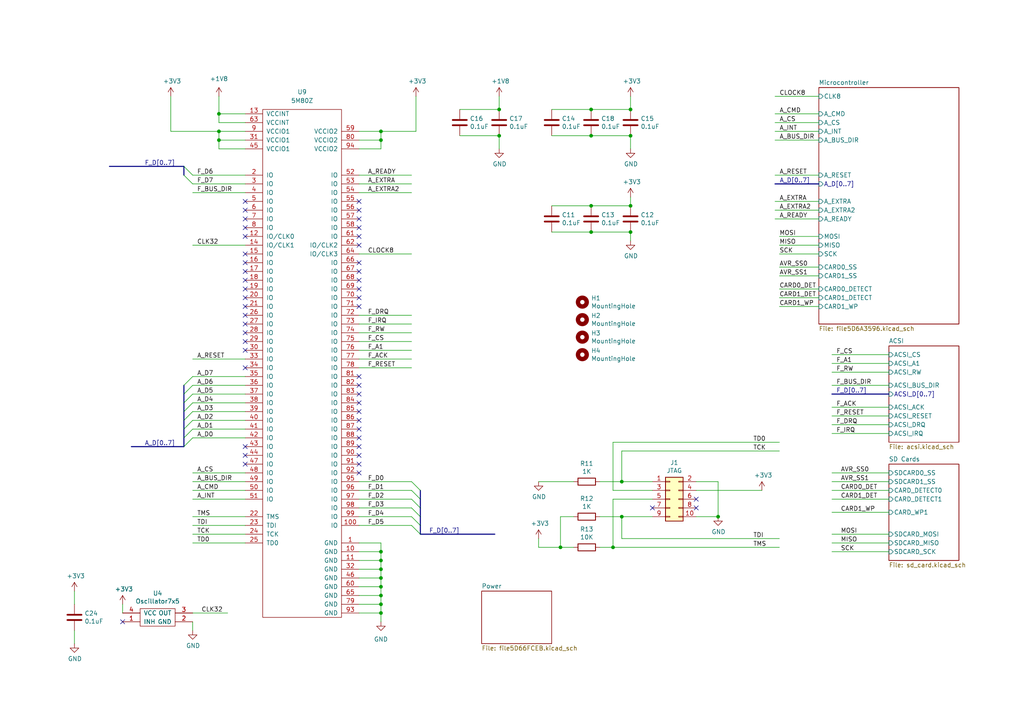
<source format=kicad_sch>
(kicad_sch (version 20230121) (generator eeschema)
  (paper "A4")
  (title_block (title "FPGA; Clock") (rev "1.0"))
  (lib_symbols
    (symbol "AtariHDisk4-rescue:+3.3V-power" (power) (pin_names (offset 0))
      (property "Value" "+3.3V-power" (at 0 3.556 0))
      (symbol "+3.3V-power_0_1"
        (polyline (pts (xy -0.762 1.27) (xy 0 2.54)))
        (polyline (pts (xy 0 0) (xy 0 2.54)))
        (polyline (pts (xy 0 2.54) (xy 0.762 1.27)))
      )
      (symbol "+3.3V-power_1_1"
        (pin power_in line (at 0 0 90) (length 0) hide (name "+3V3") (number "1"))
      )
    )
    (symbol "AtariHDisk4-rescue:Oscillator7x5-simon" (pin_names (offset 1.016))
      (property "Reference" "U" (at 6.35 -7.62 0))
      (property "Value" "simon_Oscillator7x5" (at 6.35 0 0))
      (symbol "Oscillator7x5-simon_0_1"
        (rectangle (start 1.27 -1.27) (end 11.43 -6.35))
      )
      (symbol "Oscillator7x5-simon_1_1"
        (pin input line (at -3.81 -5.08 0) (length 5.08) (name "INH") (number "1"))
        (pin power_in line (at 16.51 -5.08 180) (length 5.08) (name "GND") (number "2"))
        (pin output line (at 16.51 -2.54 180) (length 5.08) (name "OUT") (number "3"))
        (pin power_in line (at -3.81 -2.54 0) (length 5.08) (name "VCC") (number "4"))
      )
    )
    (symbol "Connector_Generic:Conn_02x05_Odd_Even" (pin_names (offset 1.016) hide)
      (property "Reference" "J" (at 1.27 7.62 0))
      (property "Value" "Conn_02x05_Odd_Even" (at 1.27 -7.62 0))
      (symbol "Conn_02x05_Odd_Even_1_1"
        (rectangle (start -1.27 -4.953) (end 0 -5.207) (stroke (width 0.1524)))
        (rectangle (start -1.27 -2.413) (end 0 -2.667) (stroke (width 0.1524)))
        (rectangle (start -1.27 0.127) (end 0 -0.127) (stroke (width 0.1524)))
        (rectangle (start -1.27 2.667) (end 0 2.413) (stroke (width 0.1524)))
        (rectangle (start -1.27 5.207) (end 0 4.953) (stroke (width 0.1524)))
        (rectangle (start -1.27 6.35) (end 3.81 -6.35) (stroke (width 0.254)) (fill (type background)))
        (rectangle (start 3.81 -4.953) (end 2.54 -5.207) (stroke (width 0.1524)))
        (rectangle (start 3.81 -2.413) (end 2.54 -2.667) (stroke (width 0.1524)))
        (rectangle (start 3.81 0.127) (end 2.54 -0.127) (stroke (width 0.1524)))
        (rectangle (start 3.81 2.667) (end 2.54 2.413) (stroke (width 0.1524)))
        (rectangle (start 3.81 5.207) (end 2.54 4.953) (stroke (width 0.1524)))
        (pin passive line (at -5.08 5.08 0) (length 3.81) (name "Pin_1") (number "1"))
        (pin passive line (at 7.62 -5.08 180) (length 3.81) (name "Pin_10") (number "10"))
        (pin passive line (at 7.62 5.08 180) (length 3.81) (name "Pin_2") (number "2"))
        (pin passive line (at -5.08 2.54 0) (length 3.81) (name "Pin_3") (number "3"))
        (pin passive line (at 7.62 2.54 180) (length 3.81) (name "Pin_4") (number "4"))
        (pin passive line (at -5.08 0 0) (length 3.81) (name "Pin_5") (number "5"))
        (pin passive line (at 7.62 0 180) (length 3.81) (name "Pin_6") (number "6"))
        (pin passive line (at -5.08 -2.54 0) (length 3.81) (name "Pin_7") (number "7"))
        (pin passive line (at 7.62 -2.54 180) (length 3.81) (name "Pin_8") (number "8"))
        (pin passive line (at -5.08 -5.08 0) (length 3.81) (name "Pin_9") (number "9"))
      )
    )
    (symbol "Device:C" (pin_numbers hide) (pin_names (offset 0.254))
      (property "Reference" "C" (at 0.635 2.54 0))
      (property "Value" "C" (at 0.635 -2.54 0))
      (symbol "C_0_1"
        (polyline (pts (xy -2.032 -0.762) (xy 2.032 -0.762)) (stroke (width 0.508)))
        (polyline (pts (xy -2.032 0.762) (xy 2.032 0.762)) (stroke (width 0.508)))
      )
      (symbol "C_1_1"
        (pin passive line (at 0 3.81 270) (length 2.794) (name "~") (number "1"))
        (pin passive line (at 0 -3.81 90) (length 2.794) (name "~") (number "2"))
      )
    )
    (symbol "Device:R" (pin_numbers hide) (pin_names (offset 0))
      (property "Reference" "R" (at 2.032 0 90))
      (property "Value" "R" (at 0 0 90))
      (symbol "R_0_1"
        (rectangle (start -1.016 -2.54) (end 1.016 2.54) (stroke (width 0.254)))
      )
      (symbol "R_1_1"
        (pin passive line (at 0 3.81 270) (length 1.27) (name "~") (number "1"))
        (pin passive line (at 0 -3.81 90) (length 1.27) (name "~") (number "2"))
      )
    )
    (symbol "Mechanical:MountingHole" (pin_names (offset 1.016))
      (property "Reference" "H" (at 0 5.08 0))
      (property "Value" "MountingHole" (at 0 3.175 0))
      (symbol "MountingHole_0_1"
        (circle (center 0 0) (radius 1.27) (stroke (width 1.27)))
      )
    )
    (symbol "Simon:5M80Z-TQFP100-FPGA_Altera" (pin_names (offset 1.016))
      (property "Reference" "U1" (at 0 -133.35 0))
      (property "Value" "5M80Z" (at 0 16.51 0))
      (symbol "5M80Z-TQFP100-FPGA_Altera_0_1"
        (rectangle (start -11.43 15.24) (end 11.43 -132.08))
      )
      (symbol "5M80Z-TQFP100-FPGA_Altera_1_1"
        (pin power_in line (at 16.51 -110.49 180) (length 5.08) (name "GND") (number "1"))
        (pin power_in line (at 16.51 -113.03 180) (length 5.08) (name "GND") (number "10"))
        (pin bidirectional line (at 16.51 -105.41 180) (length 5.08) (name "IO") (number "100"))
        (pin power_in line (at 16.51 -115.57 180) (length 5.08) (name "GND") (number "11"))
        (pin bidirectional line (at -16.51 -21.59 0) (length 5.08) (name "IO/CLK0") (number "12"))
        (pin power_in line (at -16.51 13.97 0) (length 5.08) (name "VCCINT") (number "13"))
        (pin bidirectional line (at -16.51 -24.13 0) (length 5.08) (name "IO/CLK1") (number "14"))
        (pin bidirectional line (at -16.51 -26.67 0) (length 5.08) (name "IO") (number "15"))
        (pin bidirectional line (at -16.51 -29.21 0) (length 5.08) (name "IO") (number "16"))
        (pin bidirectional line (at -16.51 -31.75 0) (length 5.08) (name "IO") (number "17"))
        (pin bidirectional line (at -16.51 -34.29 0) (length 5.08) (name "IO") (number "18"))
        (pin bidirectional line (at -16.51 -36.83 0) (length 5.08) (name "IO") (number "19"))
        (pin bidirectional line (at -16.51 -3.81 0) (length 5.08) (name "IO") (number "2"))
        (pin bidirectional line (at -16.51 -39.37 0) (length 5.08) (name "IO") (number "20"))
        (pin bidirectional line (at -16.51 -41.91 0) (length 5.08) (name "IO") (number "21"))
        (pin bidirectional line (at -16.51 -102.87 0) (length 5.08) (name "TMS") (number "22"))
        (pin bidirectional line (at -16.51 -105.41 0) (length 5.08) (name "TDI") (number "23"))
        (pin bidirectional line (at -16.51 -107.95 0) (length 5.08) (name "TCK") (number "24"))
        (pin bidirectional line (at -16.51 -110.49 0) (length 5.08) (name "TD0") (number "25"))
        (pin bidirectional line (at -16.51 -44.45 0) (length 5.08) (name "IO") (number "26"))
        (pin bidirectional line (at -16.51 -46.99 0) (length 5.08) (name "IO") (number "27"))
        (pin bidirectional line (at -16.51 -49.53 0) (length 5.08) (name "IO") (number "28"))
        (pin bidirectional line (at -16.51 -52.07 0) (length 5.08) (name "IO") (number "29"))
        (pin bidirectional line (at -16.51 -6.35 0) (length 5.08) (name "IO") (number "3"))
        (pin bidirectional line (at -16.51 -54.61 0) (length 5.08) (name "IO") (number "30"))
        (pin power_in line (at -16.51 6.35 0) (length 5.08) (name "VCCIO1") (number "31"))
        (pin power_in line (at 16.51 -118.11 180) (length 5.08) (name "GND") (number "32"))
        (pin bidirectional line (at -16.51 -57.15 0) (length 5.08) (name "IO") (number "33"))
        (pin bidirectional line (at -16.51 -59.69 0) (length 5.08) (name "IO") (number "34"))
        (pin bidirectional line (at -16.51 -62.23 0) (length 5.08) (name "IO") (number "35"))
        (pin bidirectional line (at -16.51 -64.77 0) (length 5.08) (name "IO") (number "36"))
        (pin bidirectional line (at -16.51 -67.31 0) (length 5.08) (name "IO") (number "37"))
        (pin bidirectional line (at -16.51 -69.85 0) (length 5.08) (name "IO") (number "38"))
        (pin bidirectional line (at -16.51 -72.39 0) (length 5.08) (name "IO") (number "39"))
        (pin bidirectional line (at -16.51 -8.89 0) (length 5.08) (name "IO") (number "4"))
        (pin bidirectional line (at -16.51 -74.93 0) (length 5.08) (name "IO") (number "40"))
        (pin bidirectional line (at -16.51 -77.47 0) (length 5.08) (name "IO") (number "41"))
        (pin bidirectional line (at -16.51 -80.01 0) (length 5.08) (name "IO") (number "42"))
        (pin bidirectional line (at -16.51 -82.55 0) (length 5.08) (name "IO") (number "43"))
        (pin bidirectional line (at -16.51 -85.09 0) (length 5.08) (name "IO") (number "44"))
        (pin power_in line (at -16.51 3.81 0) (length 5.08) (name "VCCIO1") (number "45"))
        (pin power_in line (at 16.51 -120.65 180) (length 5.08) (name "GND") (number "46"))
        (pin bidirectional line (at -16.51 -87.63 0) (length 5.08) (name "IO") (number "47"))
        (pin bidirectional line (at -16.51 -90.17 0) (length 5.08) (name "IO") (number "48"))
        (pin bidirectional line (at -16.51 -92.71 0) (length 5.08) (name "IO") (number "49"))
        (pin bidirectional line (at -16.51 -11.43 0) (length 5.08) (name "IO") (number "5"))
        (pin bidirectional line (at -16.51 -95.25 0) (length 5.08) (name "IO") (number "50"))
        (pin bidirectional line (at -16.51 -97.79 0) (length 5.08) (name "IO") (number "51"))
        (pin bidirectional line (at 16.51 -3.81 180) (length 5.08) (name "IO") (number "52"))
        (pin bidirectional line (at 16.51 -6.35 180) (length 5.08) (name "IO") (number "53"))
        (pin bidirectional line (at 16.51 -8.89 180) (length 5.08) (name "IO") (number "54"))
        (pin bidirectional line (at 16.51 -11.43 180) (length 5.08) (name "IO") (number "55"))
        (pin bidirectional line (at 16.51 -13.97 180) (length 5.08) (name "IO") (number "56"))
        (pin bidirectional line (at 16.51 -16.51 180) (length 5.08) (name "IO") (number "57"))
        (pin bidirectional line (at 16.51 -19.05 180) (length 5.08) (name "IO") (number "58"))
        (pin power_in line (at 16.51 8.89 180) (length 5.08) (name "VCCIO2") (number "59"))
        (pin bidirectional line (at -16.51 -13.97 0) (length 5.08) (name "IO") (number "6"))
        (pin power_in line (at 16.51 -123.19 180) (length 5.08) (name "GND") (number "60"))
        (pin bidirectional line (at 16.51 -21.59 180) (length 5.08) (name "IO") (number "61"))
        (pin bidirectional line (at 16.51 -24.13 180) (length 5.08) (name "IO/CLK2") (number "62"))
        (pin power_in line (at -16.51 11.43 0) (length 5.08) (name "VCCINT") (number "63"))
        (pin bidirectional line (at 16.51 -26.67 180) (length 5.08) (name "IO/CLK3") (number "64"))
        (pin power_in line (at 16.51 -125.73 180) (length 5.08) (name "GND") (number "65"))
        (pin bidirectional line (at 16.51 -29.21 180) (length 5.08) (name "IO") (number "66"))
        (pin bidirectional line (at 16.51 -31.75 180) (length 5.08) (name "IO") (number "67"))
        (pin bidirectional line (at 16.51 -34.29 180) (length 5.08) (name "IO") (number "68"))
        (pin bidirectional line (at 16.51 -36.83 180) (length 5.08) (name "IO") (number "69"))
        (pin bidirectional line (at -16.51 -16.51 0) (length 5.08) (name "IO") (number "7"))
        (pin bidirectional line (at 16.51 -39.37 180) (length 5.08) (name "IO") (number "70"))
        (pin bidirectional line (at 16.51 -41.91 180) (length 5.08) (name "IO") (number "71"))
        (pin bidirectional line (at 16.51 -44.45 180) (length 5.08) (name "IO") (number "72"))
        (pin bidirectional line (at 16.51 -46.99 180) (length 5.08) (name "IO") (number "73"))
        (pin bidirectional line (at 16.51 -49.53 180) (length 5.08) (name "IO") (number "74"))
        (pin bidirectional line (at 16.51 -52.07 180) (length 5.08) (name "IO") (number "75"))
        (pin bidirectional line (at 16.51 -54.61 180) (length 5.08) (name "IO") (number "76"))
        (pin bidirectional line (at 16.51 -57.15 180) (length 5.08) (name "IO") (number "77"))
        (pin bidirectional line (at 16.51 -59.69 180) (length 5.08) (name "IO") (number "78"))
        (pin power_in line (at 16.51 -128.27 180) (length 5.08) (name "GND") (number "79"))
        (pin bidirectional line (at -16.51 -19.05 0) (length 5.08) (name "IO") (number "8"))
        (pin power_in line (at 16.51 6.35 180) (length 5.08) (name "VCCIO2") (number "80"))
        (pin bidirectional line (at 16.51 -62.23 180) (length 5.08) (name "IO") (number "81"))
        (pin bidirectional line (at 16.51 -64.77 180) (length 5.08) (name "IO") (number "82"))
        (pin bidirectional line (at 16.51 -67.31 180) (length 5.08) (name "IO") (number "83"))
        (pin bidirectional line (at 16.51 -69.85 180) (length 5.08) (name "IO") (number "84"))
        (pin bidirectional line (at 16.51 -72.39 180) (length 5.08) (name "IO") (number "85"))
        (pin bidirectional line (at 16.51 -74.93 180) (length 5.08) (name "IO") (number "86"))
        (pin bidirectional line (at 16.51 -77.47 180) (length 5.08) (name "IO") (number "87"))
        (pin bidirectional line (at 16.51 -80.01 180) (length 5.08) (name "IO") (number "88"))
        (pin bidirectional line (at 16.51 -82.55 180) (length 5.08) (name "IO") (number "89"))
        (pin power_in line (at -16.51 8.89 0) (length 5.08) (name "VCCIO1") (number "9"))
        (pin bidirectional line (at 16.51 -85.09 180) (length 5.08) (name "IO") (number "90"))
        (pin bidirectional line (at 16.51 -87.63 180) (length 5.08) (name "IO") (number "91"))
        (pin bidirectional line (at 16.51 -90.17 180) (length 5.08) (name "IO") (number "92"))
        (pin power_in line (at 16.51 -130.81 180) (length 5.08) (name "GND") (number "93"))
        (pin power_in line (at 16.51 3.81 180) (length 5.08) (name "VCCIO2") (number "94"))
        (pin bidirectional line (at 16.51 -92.71 180) (length 5.08) (name "IO") (number "95"))
        (pin bidirectional line (at 16.51 -95.25 180) (length 5.08) (name "IO") (number "96"))
        (pin bidirectional line (at 16.51 -97.79 180) (length 5.08) (name "IO") (number "97"))
        (pin bidirectional line (at 16.51 -100.33 180) (length 5.08) (name "IO") (number "98"))
        (pin bidirectional line (at 16.51 -102.87 180) (length 5.08) (name "IO") (number "99"))
      )
    )
    (symbol "power:+1V8" (power) (pin_names (offset 0))
      (property "Value" "+1V8" (at 0 3.556 0))
      (symbol "+1V8_0_1"
        (polyline (pts (xy -0.762 1.27) (xy 0 2.54)))
        (polyline (pts (xy 0 0) (xy 0 2.54)))
        (polyline (pts (xy 0 2.54) (xy 0.762 1.27)))
      )
      (symbol "+1V8_1_1"
        (pin power_in line (at 0 0 90) (length 0) hide (name "+1V8") (number "1"))
      )
    )
    (symbol "power:GND" (power) (pin_names (offset 0))
      (property "Value" "GND" (at 0 -3.81 0))
      (symbol "GND_0_1"
        (polyline (pts (xy 0 0) (xy 0 -1.27) (xy 1.27 -1.27) (xy 0 -2.54) (xy -1.27 -1.27) (xy 0 -1.27)))
      )
      (symbol "GND_1_1"
        (pin power_in line (at 0 0 270) (length 0) hide (name "GND") (number "1"))
      )
    )
  )
  (junction (at 110.49 38.1))
  (junction (at 182.88 31.75))
  (junction (at 63.5 40.64))
  (junction (at 63.5 38.1))
  (junction (at 182.88 59.69))
  (junction (at 110.49 167.64))
  (junction (at 110.49 175.26))
  (junction (at 208.28 149.86))
  (junction (at 110.49 170.18))
  (junction (at 171.45 67.31))
  (junction (at 110.49 177.8))
  (junction (at 144.78 39.37))
  (junction (at 180.34 149.86))
  (junction (at 171.45 39.37))
  (junction (at 110.49 160.02))
  (junction (at 110.49 40.64))
  (junction (at 144.78 31.75))
  (junction (at 110.49 172.72))
  (junction (at 63.5 33.02))
  (junction (at 110.49 165.1))
  (junction (at 180.34 139.7))
  (junction (at 182.88 39.37))
  (junction (at 171.45 59.69))
  (junction (at 177.8 158.75))
  (junction (at 182.88 67.31))
  (junction (at 171.45 31.75))
  (junction (at 162.56 158.75))
  (junction (at 110.49 162.56))
  (no_connect (at 104.14 63.5))
  (no_connect (at 104.14 86.36))
  (no_connect (at 104.14 124.46))
  (no_connect (at 71.12 101.6))
  (no_connect (at 104.14 119.38))
  (no_connect (at 104.14 60.96))
  (no_connect (at 71.12 93.98))
  (no_connect (at 104.14 127))
  (no_connect (at 71.12 81.28))
  (no_connect (at 35.56 180.34))
  (no_connect (at 104.14 83.82))
  (no_connect (at 104.14 111.76))
  (no_connect (at 71.12 78.74))
  (no_connect (at 104.14 58.42))
  (no_connect (at 71.12 99.06))
  (no_connect (at 104.14 109.22))
  (no_connect (at 104.14 81.28))
  (no_connect (at 189.23 147.32))
  (no_connect (at 104.14 132.08))
  (no_connect (at 71.12 96.52))
  (no_connect (at 104.14 137.16))
  (no_connect (at 104.14 88.9))
  (no_connect (at 71.12 73.66))
  (no_connect (at 104.14 78.74))
  (no_connect (at 104.14 76.2))
  (no_connect (at 71.12 91.44))
  (no_connect (at 104.14 71.12))
  (no_connect (at 71.12 106.68))
  (no_connect (at 71.12 134.62))
  (no_connect (at 104.14 134.62))
  (no_connect (at 71.12 129.54))
  (no_connect (at 71.12 76.2))
  (no_connect (at 71.12 88.9))
  (no_connect (at 104.14 116.84))
  (no_connect (at 104.14 121.92))
  (no_connect (at 71.12 132.08))
  (no_connect (at 201.93 144.78))
  (no_connect (at 71.12 86.36))
  (no_connect (at 104.14 66.04))
  (no_connect (at 71.12 58.42))
  (no_connect (at 71.12 60.96))
  (no_connect (at 201.93 147.32))
  (no_connect (at 104.14 68.58))
  (no_connect (at 71.12 83.82))
  (no_connect (at 104.14 114.3))
  (no_connect (at 71.12 66.04))
  (no_connect (at 104.14 129.54))
  (no_connect (at 71.12 63.5))
  (no_connect (at 71.12 68.58))
  (bus_entry (at 55.88 114.3) (size -2.54 2.54))
  (bus_entry (at 55.88 127) (size -2.54 2.54))
  (bus_entry (at 55.88 121.92) (size -2.54 2.54))
  (bus_entry (at 55.88 50.8) (size -2.54 -2.54))
  (bus_entry (at 119.38 142.24) (size 2.54 2.54))
  (bus_entry (at 55.88 53.34) (size -2.54 -2.54))
  (bus_entry (at 119.38 147.32) (size 2.54 2.54))
  (bus_entry (at 55.88 109.22) (size -2.54 2.54))
  (bus_entry (at 55.88 119.38) (size -2.54 2.54))
  (bus_entry (at 119.38 144.78) (size 2.54 2.54))
  (bus_entry (at 55.88 111.76) (size -2.54 2.54))
  (bus_entry (at 119.38 152.4) (size 2.54 2.54))
  (bus_entry (at 55.88 116.84) (size -2.54 2.54))
  (bus_entry (at 119.38 149.86) (size 2.54 2.54))
  (bus_entry (at 119.38 139.7) (size 2.54 2.54))
  (bus_entry (at 55.88 124.46) (size -2.54 2.54))
  (bus (pts (xy 53.34 50.8) (xy 53.34 48.26)))
  (wire (pts (xy 104.14 157.48) (xy 110.49 157.48)))
  (wire (pts (xy 189.23 144.78) (xy 177.8 144.78)))
  (wire (pts (xy 71.12 43.18) (xy 63.5 43.18)))
  (wire (pts (xy 110.49 177.8) (xy 110.49 180.34)))
  (wire (pts (xy 110.49 160.02) (xy 110.49 162.56)))
  (wire (pts (xy 160.02 59.69) (xy 171.45 59.69)))
  (wire (pts (xy 55.88 53.34) (xy 71.12 53.34)))
  (wire (pts (xy 55.88 116.84) (xy 71.12 116.84)))
  (wire (pts (xy 104.14 99.06) (xy 119.38 99.06)))
  (bus (pts (xy 38.1 129.54) (xy 53.34 129.54)))
  (wire (pts (xy 110.49 175.26) (xy 110.49 177.8)))
  (wire (pts (xy 55.88 124.46) (xy 71.12 124.46)))
  (wire (pts (xy 104.14 50.8) (xy 119.38 50.8)))
  (wire (pts (xy 180.34 156.21) (xy 226.06 156.21)))
  (wire (pts (xy 241.3 139.7) (xy 257.81 139.7)))
  (wire (pts (xy 104.14 152.4) (xy 119.38 152.4)))
  (wire (pts (xy 156.21 156.21) (xy 156.21 158.75)))
  (bus (pts (xy 121.92 149.86) (xy 121.92 152.4)))
  (wire (pts (xy 104.14 38.1) (xy 110.49 38.1)))
  (wire (pts (xy 55.88 55.88) (xy 71.12 55.88)))
  (wire (pts (xy 104.14 167.64) (xy 110.49 167.64)))
  (wire (pts (xy 104.14 55.88) (xy 119.38 55.88)))
  (wire (pts (xy 241.3 105.41) (xy 257.81 105.41)))
  (wire (pts (xy 162.56 158.75) (xy 162.56 149.86)))
  (wire (pts (xy 241.3 157.48) (xy 257.81 157.48)))
  (bus (pts (xy 121.92 147.32) (xy 121.92 149.86)))
  (wire (pts (xy 104.14 165.1) (xy 110.49 165.1)))
  (wire (pts (xy 241.3 137.16) (xy 257.81 137.16)))
  (bus (pts (xy 53.34 111.76) (xy 53.34 114.3)))
  (wire (pts (xy 104.14 175.26) (xy 110.49 175.26)))
  (wire (pts (xy 110.49 157.48) (xy 110.49 160.02)))
  (wire (pts (xy 237.49 77.47) (xy 226.06 77.47)))
  (wire (pts (xy 104.14 104.14) (xy 119.38 104.14)))
  (wire (pts (xy 241.3 107.95) (xy 257.81 107.95)))
  (wire (pts (xy 63.5 33.02) (xy 71.12 33.02)))
  (wire (pts (xy 104.14 73.66) (xy 119.38 73.66)))
  (bus (pts (xy 121.92 154.94) (xy 143.51 154.94)))
  (bus (pts (xy 241.3 114.3) (xy 257.81 114.3)))
  (wire (pts (xy 156.21 158.75) (xy 162.56 158.75)))
  (wire (pts (xy 55.88 154.94) (xy 71.12 154.94)))
  (wire (pts (xy 55.88 71.12) (xy 71.12 71.12)))
  (wire (pts (xy 180.34 149.86) (xy 180.34 156.21)))
  (wire (pts (xy 104.14 139.7) (xy 119.38 139.7)))
  (wire (pts (xy 35.56 175.26) (xy 35.56 177.8)))
  (wire (pts (xy 55.88 127) (xy 71.12 127)))
  (wire (pts (xy 104.14 96.52) (xy 119.38 96.52)))
  (wire (pts (xy 173.99 139.7) (xy 180.34 139.7)))
  (wire (pts (xy 241.3 148.59) (xy 257.81 148.59)))
  (wire (pts (xy 224.79 35.56) (xy 237.49 35.56)))
  (wire (pts (xy 104.14 91.44) (xy 119.38 91.44)))
  (wire (pts (xy 180.34 139.7) (xy 180.34 130.81)))
  (bus (pts (xy 53.34 121.92) (xy 53.34 124.46)))
  (bus (pts (xy 224.79 53.34) (xy 237.49 53.34)))
  (wire (pts (xy 71.12 35.56) (xy 63.5 35.56)))
  (bus (pts (xy 53.34 127) (xy 53.34 129.54)))
  (wire (pts (xy 104.14 149.86) (xy 119.38 149.86)))
  (wire (pts (xy 55.88 104.14) (xy 71.12 104.14)))
  (wire (pts (xy 177.8 142.24) (xy 177.8 128.27)))
  (wire (pts (xy 55.88 180.34) (xy 55.88 182.88)))
  (wire (pts (xy 171.45 59.69) (xy 182.88 59.69)))
  (wire (pts (xy 226.06 71.12) (xy 237.49 71.12)))
  (wire (pts (xy 241.3 142.24) (xy 257.81 142.24)))
  (wire (pts (xy 241.3 102.87) (xy 257.81 102.87)))
  (wire (pts (xy 160.02 39.37) (xy 171.45 39.37)))
  (wire (pts (xy 71.12 38.1) (xy 63.5 38.1)))
  (wire (pts (xy 224.79 33.02) (xy 237.49 33.02)))
  (wire (pts (xy 55.88 139.7) (xy 71.12 139.7)))
  (bus (pts (xy 121.92 144.78) (xy 121.92 147.32)))
  (wire (pts (xy 237.49 40.64) (xy 224.79 40.64)))
  (wire (pts (xy 104.14 160.02) (xy 110.49 160.02)))
  (wire (pts (xy 237.49 73.66) (xy 226.06 73.66)))
  (wire (pts (xy 55.88 50.8) (xy 71.12 50.8)))
  (wire (pts (xy 110.49 162.56) (xy 110.49 165.1)))
  (wire (pts (xy 241.3 123.19) (xy 257.81 123.19)))
  (wire (pts (xy 173.99 149.86) (xy 180.34 149.86)))
  (wire (pts (xy 156.21 139.7) (xy 166.37 139.7)))
  (wire (pts (xy 180.34 149.86) (xy 189.23 149.86)))
  (wire (pts (xy 182.88 27.94) (xy 182.88 31.75)))
  (wire (pts (xy 120.65 38.1) (xy 120.65 27.94)))
  (wire (pts (xy 144.78 39.37) (xy 144.78 43.18)))
  (wire (pts (xy 133.35 31.75) (xy 144.78 31.75)))
  (wire (pts (xy 55.88 137.16) (xy 71.12 137.16)))
  (wire (pts (xy 201.93 139.7) (xy 208.28 139.7)))
  (wire (pts (xy 226.06 80.01) (xy 237.49 80.01)))
  (wire (pts (xy 171.45 39.37) (xy 182.88 39.37)))
  (wire (pts (xy 55.88 121.92) (xy 71.12 121.92)))
  (wire (pts (xy 241.3 120.65) (xy 257.81 120.65)))
  (wire (pts (xy 104.14 106.68) (xy 119.38 106.68)))
  (wire (pts (xy 104.14 40.64) (xy 110.49 40.64)))
  (wire (pts (xy 104.14 144.78) (xy 119.38 144.78)))
  (bus (pts (xy 53.34 116.84) (xy 53.34 119.38)))
  (wire (pts (xy 110.49 165.1) (xy 110.49 167.64)))
  (bus (pts (xy 53.34 124.46) (xy 53.34 127)))
  (wire (pts (xy 55.88 149.86) (xy 71.12 149.86)))
  (wire (pts (xy 241.3 154.94) (xy 257.81 154.94)))
  (wire (pts (xy 63.5 43.18) (xy 63.5 40.64)))
  (wire (pts (xy 104.14 172.72) (xy 110.49 172.72)))
  (wire (pts (xy 237.49 63.5) (xy 224.79 63.5)))
  (wire (pts (xy 173.99 158.75) (xy 177.8 158.75)))
  (wire (pts (xy 55.88 111.76) (xy 71.12 111.76)))
  (wire (pts (xy 226.06 88.9) (xy 237.49 88.9)))
  (bus (pts (xy 53.34 114.3) (xy 53.34 116.84)))
  (bus (pts (xy 121.92 142.24) (xy 121.92 144.78)))
  (wire (pts (xy 104.14 162.56) (xy 110.49 162.56)))
  (wire (pts (xy 104.14 53.34) (xy 119.38 53.34)))
  (wire (pts (xy 63.5 40.64) (xy 63.5 38.1)))
  (wire (pts (xy 21.59 186.69) (xy 21.59 182.88)))
  (wire (pts (xy 55.88 114.3) (xy 71.12 114.3)))
  (wire (pts (xy 237.49 68.58) (xy 226.06 68.58)))
  (wire (pts (xy 55.88 119.38) (xy 71.12 119.38)))
  (wire (pts (xy 104.14 170.18) (xy 110.49 170.18)))
  (wire (pts (xy 171.45 31.75) (xy 182.88 31.75)))
  (wire (pts (xy 224.79 38.1) (xy 237.49 38.1)))
  (wire (pts (xy 189.23 139.7) (xy 180.34 139.7)))
  (bus (pts (xy 121.92 152.4) (xy 121.92 154.94)))
  (wire (pts (xy 177.8 144.78) (xy 177.8 158.75)))
  (wire (pts (xy 110.49 40.64) (xy 110.49 38.1)))
  (wire (pts (xy 55.88 177.8) (xy 66.04 177.8)))
  (wire (pts (xy 104.14 177.8) (xy 110.49 177.8)))
  (wire (pts (xy 241.3 160.02) (xy 257.81 160.02)))
  (wire (pts (xy 224.79 27.94) (xy 237.49 27.94)))
  (wire (pts (xy 104.14 147.32) (xy 119.38 147.32)))
  (wire (pts (xy 241.3 144.78) (xy 257.81 144.78)))
  (wire (pts (xy 110.49 38.1) (xy 120.65 38.1)))
  (wire (pts (xy 189.23 142.24) (xy 177.8 142.24)))
  (wire (pts (xy 237.49 50.8) (xy 224.79 50.8)))
  (wire (pts (xy 241.3 118.11) (xy 257.81 118.11)))
  (wire (pts (xy 177.8 128.27) (xy 226.06 128.27)))
  (wire (pts (xy 110.49 167.64) (xy 110.49 170.18)))
  (wire (pts (xy 110.49 170.18) (xy 110.49 172.72)))
  (bus (pts (xy 53.34 48.26) (xy 31.75 48.26)))
  (wire (pts (xy 226.06 86.36) (xy 237.49 86.36)))
  (wire (pts (xy 237.49 58.42) (xy 224.79 58.42)))
  (wire (pts (xy 160.02 31.75) (xy 171.45 31.75)))
  (wire (pts (xy 71.12 40.64) (xy 63.5 40.64)))
  (wire (pts (xy 21.59 171.45) (xy 21.59 175.26)))
  (wire (pts (xy 160.02 67.31) (xy 171.45 67.31)))
  (wire (pts (xy 55.88 142.24) (xy 71.12 142.24)))
  (wire (pts (xy 226.06 83.82) (xy 237.49 83.82)))
  (wire (pts (xy 104.14 142.24) (xy 119.38 142.24)))
  (wire (pts (xy 182.88 57.15) (xy 182.88 59.69)))
  (wire (pts (xy 208.28 149.86) (xy 201.93 149.86)))
  (wire (pts (xy 162.56 149.86) (xy 166.37 149.86)))
  (wire (pts (xy 182.88 67.31) (xy 182.88 69.85)))
  (wire (pts (xy 110.49 172.72) (xy 110.49 175.26)))
  (wire (pts (xy 133.35 39.37) (xy 144.78 39.37)))
  (wire (pts (xy 182.88 43.18) (xy 182.88 39.37)))
  (wire (pts (xy 220.98 142.24) (xy 201.93 142.24)))
  (wire (pts (xy 241.3 111.76) (xy 257.81 111.76)))
  (wire (pts (xy 63.5 27.94) (xy 63.5 33.02)))
  (wire (pts (xy 63.5 38.1) (xy 49.53 38.1)))
  (bus (pts (xy 53.34 119.38) (xy 53.34 121.92)))
  (wire (pts (xy 180.34 130.81) (xy 226.06 130.81)))
  (wire (pts (xy 171.45 67.31) (xy 182.88 67.31)))
  (wire (pts (xy 177.8 158.75) (xy 226.06 158.75)))
  (wire (pts (xy 162.56 158.75) (xy 166.37 158.75)))
  (wire (pts (xy 144.78 27.94) (xy 144.78 31.75)))
  (wire (pts (xy 208.28 139.7) (xy 208.28 149.86)))
  (wire (pts (xy 104.14 43.18) (xy 110.49 43.18)))
  (wire (pts (xy 63.5 35.56) (xy 63.5 33.02)))
  (wire (pts (xy 241.3 125.73) (xy 257.81 125.73)))
  (wire (pts (xy 55.88 157.48) (xy 71.12 157.48)))
  (wire (pts (xy 104.14 101.6) (xy 119.38 101.6)))
  (wire (pts (xy 49.53 38.1) (xy 49.53 27.94)))
  (wire (pts (xy 110.49 43.18) (xy 110.49 40.64)))
  (wire (pts (xy 104.14 93.98) (xy 119.38 93.98)))
  (wire (pts (xy 55.88 109.22) (xy 71.12 109.22)))
  (wire (pts (xy 55.88 152.4) (xy 71.12 152.4)))
  (wire (pts (xy 55.88 144.78) (xy 71.12 144.78)))
  (wire (pts (xy 237.49 60.96) (xy 224.79 60.96)))
  (label "F_RW" (at 106.68 96.52 0))
  (label "F_BUS_DIR" (at 242.57 111.76 0))
  (label "TDI" (at 57.15 152.4 0))
  (label "MOSI" (at 226.06 68.58 0))
  (label "A_D2" (at 57.15 121.92 0))
  (label "AVR_SS1" (at 243.84 139.7 0))
  (label "A_D1" (at 57.15 124.46 0))
  (label "SCK" (at 226.06 73.66 0))
  (label "MISO" (at 243.84 157.48 0))
  (label "A_READY" (at 106.68 50.8 0))
  (label "A_READY" (at 226.06 63.5 0))
  (label "CLOCK8" (at 226.06 27.94 0))
  (label "A_EXTRA" (at 106.68 53.34 0))
  (label "F_DRQ" (at 106.68 91.44 0))
  (label "A_D0" (at 57.15 127 0))
  (label "A_CS" (at 226.06 35.56 0))
  (label "A_EXTRA" (at 226.06 58.42 0))
  (label "CARD1_DET" (at 243.84 144.78 0))
  (label "CARD1_WP" (at 243.84 148.59 0))
  (label "A_BUS_DIR" (at 57.15 139.7 0))
  (label "F_D0" (at 106.68 139.7 0))
  (label "F_DRQ" (at 242.57 123.19 0))
  (label "A_D7" (at 57.15 109.22 0))
  (label "CARD0_DET" (at 243.84 142.24 0))
  (label "SCK" (at 243.84 160.02 0))
  (label "CARD1_WP" (at 226.06 88.9 0))
  (label "A_D4" (at 57.15 116.84 0))
  (label "CLK32" (at 57.15 71.12 0))
  (label "A_D5" (at 57.15 114.3 0))
  (label "CARD1_DET" (at 226.06 86.36 0))
  (label "MOSI" (at 243.84 154.94 0))
  (label "TD0" (at 57.15 157.48 0))
  (label "A_BUS_DIR" (at 226.06 40.64 0))
  (label "A_RESET" (at 57.15 104.14 0))
  (label "TD0" (at 218.44 128.27 0))
  (label "A_D6" (at 57.15 111.76 0))
  (label "F_D7" (at 57.15 53.34 0))
  (label "TMS" (at 57.15 149.86 0))
  (label "A_CMD" (at 57.15 142.24 0))
  (label "TMS" (at 218.44 158.75 0))
  (label "A_INT" (at 57.15 144.78 0))
  (label "CLK32" (at 58.42 177.8 0))
  (label "AVR_SS0" (at 226.06 77.47 0))
  (label "F_CS" (at 106.68 99.06 0))
  (label "F_D5" (at 106.68 152.4 0))
  (label "F_BUS_DIR" (at 57.15 55.88 0))
  (label "F_D1" (at 106.68 142.24 0))
  (label "F_D3" (at 106.68 147.32 0))
  (label "F_RW" (at 242.57 107.95 0))
  (label "F_A1" (at 106.68 101.6 0))
  (label "A_CS" (at 57.15 137.16 0))
  (label "TCK" (at 218.44 130.81 0))
  (label "F_IRQ" (at 106.68 93.98 0))
  (label "F_ACK" (at 106.68 104.14 0))
  (label "F_IRQ" (at 242.57 125.73 0))
  (label "A_RESET" (at 226.06 50.8 0))
  (label "A_INT" (at 226.06 38.1 0))
  (label "A_D3" (at 57.15 119.38 0))
  (label "MISO" (at 226.06 71.12 0))
  (label "F_CS" (at 242.57 102.87 0))
  (label "A_D[0..7]" (at 50.8 129.54 180))
  (label "F_RESET" (at 242.57 120.65 0))
  (label "A_CMD" (at 226.06 33.02 0))
  (label "F_D[0..7]" (at 242.57 114.3 0))
  (label "CLOCK8" (at 106.68 73.66 0))
  (label "F_D4" (at 106.68 149.86 0))
  (label "F_D[0..7]" (at 124.46 154.94 0))
  (label "F_D6" (at 57.15 50.8 0))
  (label "A_D[0..7]" (at 234.95 53.34 180))
  (label "A_EXTRA2" (at 106.68 55.88 0))
  (label "AVR_SS1" (at 226.06 80.01 0))
  (label "A_EXTRA2" (at 226.06 60.96 0))
  (label "F_ACK" (at 242.57 118.11 0))
  (label "F_RESET" (at 106.68 106.68 0))
  (label "F_D[0..7]" (at 50.8 48.26 180))
  (label "AVR_SS0" (at 243.84 137.16 0))
  (label "TDI" (at 218.44 156.21 0))
  (label "TCK" (at 57.15 154.94 0))
  (label "F_D2" (at 106.68 144.78 0))
  (label "F_A1" (at 242.57 105.41 0))
  (label "CARD0_DET" (at 226.06 83.82 0))
  (symbol (lib_id "Connector_Generic:Conn_02x05_Odd_Even") (at 194.31 144.78 0) (unit 1)
    (property "Reference" "J1" (at 195.58 134.1882 0))
    (property "Value" "JTAG" (at 195.58 136.4996 0))
    (property "Footprint" "Connector_PinHeader_2.54mm:PinHeader_2x05_P2.54mm_Vertical" (effects hide))
  )
  (symbol (lib_id "AtariHDisk4-rescue:+3.3V-power") (at 220.98 142.24 0) (unit 1)
    (property "Reference" "#PWR0104" (effects hide))
    (property "Value" "+3.3V" (at 221.361 137.8458 0))
  )
  (symbol (lib_id "power:GND") (at 208.28 149.86 0) (unit 1)
    (property "Reference" "#PWR0105" (effects hide))
    (property "Value" "GND" (at 208.407 154.2542 0))
  )
  (symbol (lib_id "Device:R") (at 170.18 139.7 270) (unit 1)
    (property "Reference" "R11" (at 170.18 134.4422 90))
    (property "Value" "1K" (at 170.18 136.7536 90))
    (property "Footprint" "Resistor_SMD:R_0805_2012Metric" (effects hide))
  )
  (symbol (lib_id "Device:R") (at 170.18 149.86 270) (unit 1)
    (property "Reference" "R12" (at 170.18 144.6022 90))
    (property "Value" "1K" (at 170.18 146.9136 90))
    (property "Footprint" "Resistor_SMD:R_0805_2012Metric" (effects hide))
  )
  (symbol (lib_id "Device:R") (at 170.18 158.75 270) (unit 1)
    (property "Reference" "R13" (at 170.18 153.4922 90))
    (property "Value" "10K" (at 170.18 155.8036 90))
    (property "Footprint" "Resistor_SMD:R_0805_2012Metric" (effects hide))
  )
  (symbol (lib_id "AtariHDisk4-rescue:+3.3V-power") (at 156.21 156.21 0) (unit 1)
    (property "Reference" "#PWR0106" (effects hide))
    (property "Value" "+3.3V" (at 156.591 151.8158 0))
  )
  (symbol (lib_id "power:GND") (at 156.21 139.7 0) (unit 1)
    (property "Reference" "#PWR0107" (effects hide))
    (property "Value" "GND" (at 156.337 144.0942 0))
  )
  (symbol (lib_id "Device:C") (at 160.02 35.56 0) (unit 1)
    (property "Reference" "C14" (at 162.941 34.3916 0) (effects (justify left)))
    (property "Value" "0.1uF" (at 162.941 36.703 0) (effects (justify left)))
    (property "Footprint" "Capacitor_SMD:C_0603_1608Metric" (effects hide))
  )
  (symbol (lib_id "Device:C") (at 171.45 35.56 0) (unit 1)
    (property "Reference" "C18" (at 174.371 34.3916 0) (effects (justify left)))
    (property "Value" "0.1uF" (at 174.371 36.703 0) (effects (justify left)))
    (property "Footprint" "Capacitor_SMD:C_0603_1608Metric" (effects hide))
  )
  (symbol (lib_id "Device:C") (at 182.88 35.56 0) (unit 1)
    (property "Reference" "C15" (at 185.801 34.3916 0) (effects (justify left)))
    (property "Value" "0.1uF" (at 185.801 36.703 0) (effects (justify left)))
    (property "Footprint" "Capacitor_SMD:C_0603_1608Metric" (effects hide))
  )
  (symbol (lib_id "Device:C") (at 133.35 35.56 0) (unit 1)
    (property "Reference" "C16" (at 136.271 34.3916 0) (effects (justify left)))
    (property "Value" "0.1uF" (at 136.271 36.703 0) (effects (justify left)))
    (property "Footprint" "Capacitor_SMD:C_0603_1608Metric" (effects hide))
  )
  (symbol (lib_id "Device:C") (at 144.78 35.56 0) (unit 1)
    (property "Reference" "C17" (at 147.701 34.3916 0) (effects (justify left)))
    (property "Value" "0.1uF" (at 147.701 36.703 0) (effects (justify left)))
    (property "Footprint" "Capacitor_SMD:C_0603_1608Metric" (effects hide))
  )
  (symbol (lib_id "power:GND") (at 144.78 43.18 0) (unit 1)
    (property "Reference" "#PWR09" (effects hide))
    (property "Value" "GND" (at 144.907 47.5742 0))
  )
  (symbol (lib_id "power:GND") (at 182.88 43.18 0) (unit 1)
    (property "Reference" "#PWR02" (effects hide))
    (property "Value" "GND" (at 183.007 47.5742 0))
  )
  (symbol (lib_id "power:+1V8") (at 144.78 27.94 0) (unit 1)
    (property "Reference" "#PWR04" (effects hide))
    (property "Value" "+1V8" (at 145.161 23.5458 0))
  )
  (symbol (lib_id "AtariHDisk4-rescue:+3.3V-power") (at 182.88 27.94 0) (unit 1)
    (property "Reference" "#PWR01" (effects hide))
    (property "Value" "+3.3V" (at 183.261 23.5458 0))
  )
  (symbol (lib_id "Device:C") (at 182.88 63.5 0) (unit 1)
    (property "Reference" "C12" (at 185.801 62.3316 0) (effects (justify left)))
    (property "Value" "0.1uF" (at 185.801 64.643 0) (effects (justify left)))
    (property "Footprint" "Capacitor_SMD:C_0603_1608Metric" (effects hide))
  )
  (symbol (lib_id "Mechanical:MountingHole") (at 168.91 87.63 0) (unit 1)
    (property "Reference" "H1" (at 171.45 86.4616 0) (effects (justify left)))
    (property "Value" "MountingHole" (at 171.45 88.773 0) (effects (justify left)))
    (property "Footprint" "simon:Altronics_H0190_mounting_hole" (effects hide))
  )
  (symbol (lib_id "Mechanical:MountingHole") (at 168.91 92.71 0) (unit 1)
    (property "Reference" "H2" (at 171.45 91.5416 0) (effects (justify left)))
    (property "Value" "MountingHole" (at 171.45 93.853 0) (effects (justify left)))
    (property "Footprint" "simon:Altronics_H0190_mounting_hole" (effects hide))
  )
  (symbol (lib_id "Mechanical:MountingHole") (at 168.91 97.79 0) (unit 1)
    (property "Reference" "H3" (at 171.45 96.6216 0) (effects (justify left)))
    (property "Value" "MountingHole" (at 171.45 98.933 0) (effects (justify left)))
    (property "Footprint" "simon:Altronics_H0190_mounting_hole" (effects hide))
  )
  (symbol (lib_id "Mechanical:MountingHole") (at 168.91 102.87 0) (unit 1)
    (property "Reference" "H4" (at 171.45 101.7016 0) (effects (justify left)))
    (property "Value" "MountingHole" (at 171.45 104.013 0) (effects (justify left)))
    (property "Footprint" "simon:Altronics_H0190_mounting_hole" (effects hide))
  )
  (symbol (lib_id "AtariHDisk4-rescue:Oscillator7x5-simon") (at 39.37 175.26 0) (unit 1)
    (property "Reference" "U4" (at 45.72 172.085 0))
    (property "Value" "Oscillator7x5" (at 45.72 174.3964 0))
    (property "Footprint" "simon:XO_7x5" (effects hide))
  )
  (symbol (lib_id "AtariHDisk4-rescue:+3.3V-power") (at 35.56 175.26 0) (unit 1)
    (property "Reference" "#PWR0125" (effects hide))
    (property "Value" "+3.3V" (at 35.941 170.8658 0))
  )
  (symbol (lib_id "power:GND") (at 55.88 182.88 0) (unit 1)
    (property "Reference" "#PWR0126" (effects hide))
    (property "Value" "GND" (at 56.007 187.2742 0))
  )
  (symbol (lib_id "AtariHDisk4-rescue:+3.3V-power") (at 49.53 27.94 0) (unit 1)
    (property "Reference" "#PWR011" (effects hide))
    (property "Value" "+3.3V" (at 49.911 23.5458 0))
  )
  (symbol (lib_id "Device:C") (at 21.59 179.07 0) (unit 1)
    (property "Reference" "C24" (at 24.511 177.9016 0) (effects (justify left)))
    (property "Value" "0.1uF" (at 24.511 180.213 0) (effects (justify left)))
    (property "Footprint" "Capacitor_SMD:C_0603_1608Metric" (effects hide))
  )
  (symbol (lib_id "AtariHDisk4-rescue:+3.3V-power") (at 182.88 57.15 0) (unit 1)
    (property "Reference" "#PWR057" (effects hide))
    (property "Value" "+3.3V" (at 183.261 52.7558 0))
  )
  (symbol (lib_id "Simon:5M80Z-TQFP100-FPGA_Altera") (at 87.63 46.99 0) (unit 1)
    (property "Reference" "U9" (at 87.63 26.67 0))
    (property "Value" "5M80Z" (at 87.63 29.21 0))
    (property "Footprint" "Package_QFP:TQFP-100_14x14mm_P0.5mm" (effects hide))
  )
  (symbol (lib_id "AtariHDisk4-rescue:+3.3V-power") (at 21.59 171.45 0) (unit 1)
    (property "Reference" "#PWR029" (effects hide))
    (property "Value" "+3.3V" (at 21.971 167.0558 0))
  )
  (symbol (lib_id "power:GND") (at 182.88 69.85 0) (unit 1)
    (property "Reference" "#PWR056" (effects hide))
    (property "Value" "GND" (at 183.007 74.2442 0))
  )
  (symbol (lib_id "power:GND") (at 110.49 180.34 0) (unit 1)
    (property "Reference" "#PWR010" (effects hide))
    (property "Value" "GND" (at 110.49 185.42 0))
  )
  (symbol (lib_id "Device:C") (at 171.45 63.5 0) (unit 1)
    (property "Reference" "C13" (at 174.371 62.3316 0) (effects (justify left)))
    (property "Value" "0.1uF" (at 174.371 64.643 0) (effects (justify left)))
    (property "Footprint" "Capacitor_SMD:C_0603_1608Metric" (effects hide))
  )
  (symbol (lib_id "AtariHDisk4-rescue:+3.3V-power") (at 120.65 27.94 0) (unit 1)
    (property "Reference" "#PWR05" (effects hide))
    (property "Value" "+3.3V" (at 121.031 23.5458 0))
  )
  (symbol (lib_id "Device:C") (at 160.02 63.5 0) (unit 1)
    (property "Reference" "C11" (at 162.941 62.3316 0) (effects (justify left)))
    (property "Value" "0.1uF" (at 162.941 64.643 0) (effects (justify left)))
    (property "Footprint" "Capacitor_SMD:C_0603_1608Metric" (effects hide))
  )
  (symbol (lib_id "power:GND") (at 21.59 186.69 0) (unit 1)
    (property "Reference" "#PWR030" (effects hide))
    (property "Value" "GND" (at 21.717 191.0842 0))
  )
  (symbol (lib_id "power:+1V8") (at 63.5 27.94 0) (unit 1)
    (property "Reference" "#PWR03" (effects hide))
    (property "Value" "+1V8" (at 63.5 22.86 0))
  )
  (sheet (at 139.7 171.45) (size 20.32 15.24)
    (property "Sheetname" "Power" (at 139.7 170.7384 0) (effects (justify left bottom)))
    (property "Sheetfile" "file5D66FCEB.kicad_sch" (at 139.7 187.2746 0) (effects (justify left top)))
  )
  (sheet (at 237.49 25.4) (size 40.64 68.58)
    (property "Sheetname" "Microcontroller" (at 237.49 24.6884 0) (effects (justify left bottom)))
    (property "Sheetfile" "file5D6A3596.kicad_sch" (at 237.49 94.5646 0) (effects (justify left top)))
    (pin "A_D[0..7]" input (at 237.49 53.34 180))
    (pin "CLK8" input (at 237.49 27.94 180))
    (pin "A_BUS_DIR" input (at 237.49 40.64 180))
    (pin "A_INT" input (at 237.49 38.1 180))
    (pin "A_CS" input (at 237.49 35.56 180))
    (pin "A_CMD" input (at 237.49 33.02 180))
    (pin "MOSI" input (at 237.49 68.58 180))
    (pin "MISO" input (at 237.49 71.12 180))
    (pin "SCK" input (at 237.49 73.66 180))
    (pin "A_EXTRA" input (at 237.49 58.42 180))
    (pin "A_RESET" input (at 237.49 50.8 180))
    (pin "A_READY" input (at 237.49 63.5 180))
    (pin "A_EXTRA2" input (at 237.49 60.96 180))
    (pin "CARD1_SS" input (at 237.49 80.01 180))
    (pin "CARD1_DETECT" input (at 237.49 86.36 180))
    (pin "CARD1_WP" input (at 237.49 88.9 180))
    (pin "CARD0_DETECT" input (at 237.49 83.82 180))
    (pin "CARD0_SS" input (at 237.49 77.47 180))
  )
  (sheet (at 257.81 100.33) (size 20.32 27.94) (stroke (width 0.1524))
    (property "Sheetname" "ACSI" (at 257.81 99.6184 0) (effects (justify left bottom)))
    (property "Sheetfile" "acsi.kicad_sch" (at 257.81 128.8546 0) (effects (justify left top)))
    (pin "ACSI_DRQ" input (at 257.81 123.19 180))
    (pin "ACSI_IRQ" input (at 257.81 125.73 180))
    (pin "ACSI_CS" input (at 257.81 102.87 180))
    (pin "ACSI_RESET" input (at 257.81 120.65 180))
    (pin "ACSI_ACK" input (at 257.81 118.11 180))
    (pin "ACSI_A1" input (at 257.81 105.41 180))
    (pin "ACSI_RW" input (at 257.81 107.95 180))
    (pin "ACSI_BUS_DIR" input (at 257.81 111.76 180))
    (pin "ACSI_D[0..7]" input (at 257.81 114.3 180))
  )
  (sheet (at 257.81 134.62) (size 20.32 27.94) (stroke (width 0.1524))
    (property "Sheetname" "SD Cards" (at 257.81 133.9084 0) (effects (justify left bottom)))
    (property "Sheetfile" "sd_card.kicad_sch" (at 257.81 163.1446 0) (effects (justify left top)))
    (pin "SDCARD_MOSI" input (at 257.81 154.94 180))
    (pin "SDCARD_SCK" input (at 257.81 160.02 180))
    (pin "SDCARD_MISO" input (at 257.81 157.48 180))
    (pin "SDCARD0_SS" input (at 257.81 137.16 180))
    (pin "SDCARD1_SS" input (at 257.81 139.7 180))
    (pin "CARD_WP1" input (at 257.81 148.59 180))
    (pin "CARD_DETECT0" input (at 257.81 142.24 180))
    (pin "CARD_DETECT1" input (at 257.81 144.78 180))
  )
)
</source>
